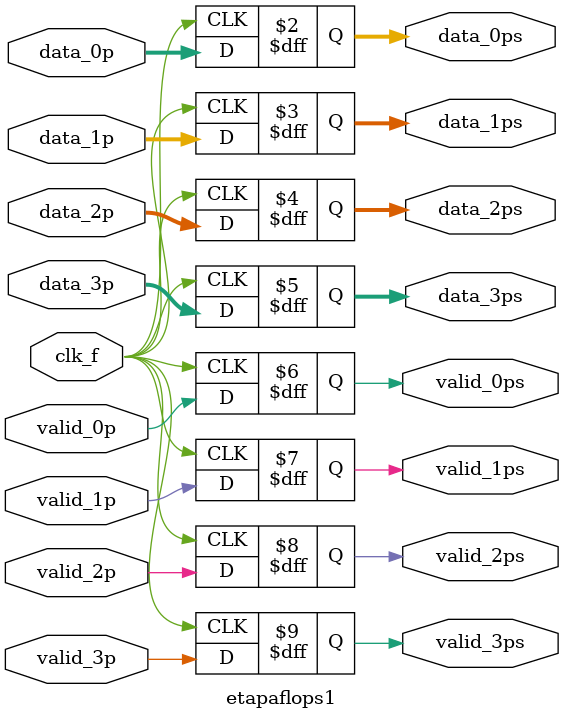
<source format=v>
module etapaflops1( output reg [7:0] data_0ps, data_1ps, 
		    output reg [7:0] data_2ps, data_3ps,
		    output reg 	     valid_0ps, valid_1ps,
		    output reg 	     valid_2ps, valid_3ps,
		    input wire [7:0] data_0p, data_1p,
		    input wire [7:0] data_2p, data_3p,
		    input wire 	     valid_0p, valid_1p,
		    input wire 	     valid_2p, valid_3p, clk_f );

   always @( posedge clk_f ) begin
      data_0ps <= data_0p;
      data_1ps <= data_1p;
      data_2ps <= data_2p;
      data_3ps <= data_3p;
      valid_0ps <= valid_0p;
      valid_1ps <= valid_1p;
      valid_2ps <= valid_2p;
      valid_3ps <= valid_3p;
   end
   
endmodule // etapaflops1

      
		    

</source>
